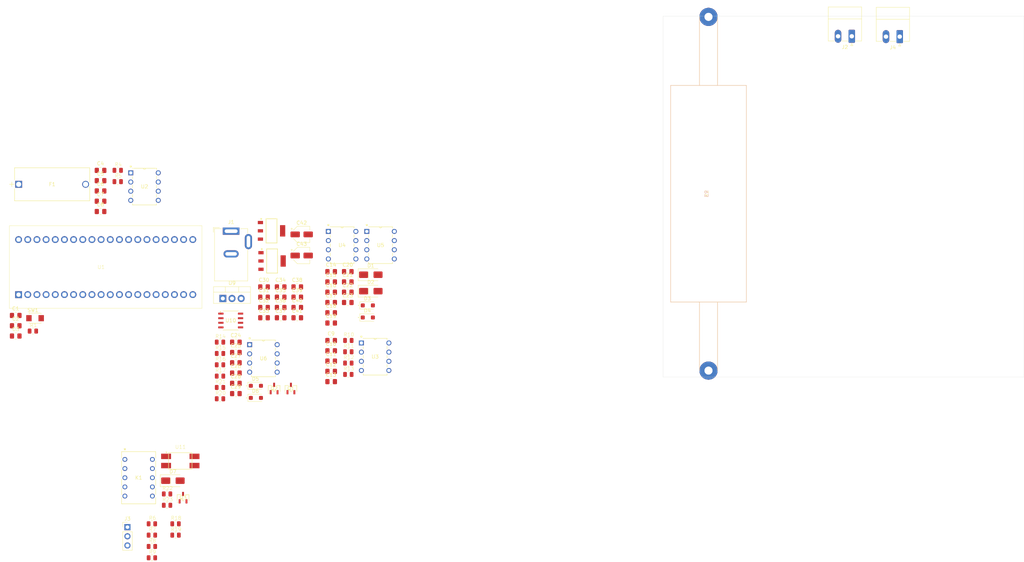
<source format=kicad_pcb>
(kicad_pcb (version 20240108) (generator "pcbnew") (generator_version "8.0")
  (layers (0 "F.Cu" signal) (31 "B.Cu" signal) (34 "B.Paste" user) (35 "F.Paste" user) (36 "B.SilkS" user "B.Silkscreen") (37 "F.SilkS" user "F.Silkscreen") (38 "B.Mask" user) (39 "F.Mask" user) (44 "Edge.Cuts" user))
  (net 0 "")
  (net 1 "+5V")
  (net 2 "Relay_1_P")
  (net 3 "RESET")
  (net 4 "+9V")
  (net 5 "-9V")
  (net 6 "Current_Sensor")
  (net 7 "Voltage_Sensor")
  (net 8 "Peak_Voltage")
  (net 9 "Peak_Current")
  (net 10 "Net-(Q1-B)")
  (net 11 "Net-(Q2-B)")
  (net 12 "+12V")
  (net 13 "+3.3V")
  (net 14 "Net-(U10-CAP+)")
  (net 15 "Net-(U10-CAP-)")
  (net 16 "Net-(D1-K)")
  (net 17 "Net-(D1-A)")
  (net 18 "Net-(D2-A)")
  (net 19 "Net-(D2-K)")
  (net 20 "Zero_Voltage")
  (net 21 "Zero_Current")
  (net 22 "P_Rshunt")
  (net 23 "Net-(F1-Pad2)")
  (net 25 "Net-(C26-Pad2)")
  (net 26 "N_Rshunt")
  (net 27 "Net-(U2--)")
  (net 28 "Net-(U2-+)")
  (net 29 "Net-(U3--)")
  (net 30 "Net-(U3-+)")
  (net 31 "Net-(U6B-IN2-)")
  (net 32 "Net-(U6B-IN2+)")
  (net 33 "Net-(U6A-IN1-)")
  (net 34 "Net-(U6A-IN1+)")
  (net 35 "+3V3")
  (net 38 "Net-(C27-Pad2)")
  (net 44 "UART1_RX")
  (net 62 "UART1_TX")
  (net 75 "Net-(D7-A)")
  (net 76 "P_Voltage")
  (net 79 "Relay_2_N")
  (net 80 "Relay_1_N")
  (net 83 "Net-(Q3-B)")
  (net 84 "Net-(U11-A)")
  (net 85 "Net-(U11-E)")
  (net 86 "Relay_Control")
  (footprint "Measure_Power_AC:Ceramic_Cap_0805" (layer "F.Cu") (at -42.1822 115.4526)
    (property "Reference" "C31" (at 0 -1.9558 0) (layer "F.SilkS"))
    (property "Value" "10uF/16V")
    (pad "1" smd roundrect (at -1.0215 -0.0508) (size 1.175 1.45) (layers "F.Cu" "F.Paste" "F.Mask") (roundrect_rratio 0.212766) (net 2 "Relay_1_P"))
    (pad "2" smd roundrect (at 1.0535 -0.0508) (size 1.175 1.45) (layers "F.Cu" "F.Paste" "F.Mask") (roundrect_rratio 0.212766) (net 12 "+12V"))
  )
  (footprint "Measure_Power_AC:Res_0805" (layer "F.Cu") (at -68.377964 182.3086)
    (property "Reference" "R19" (at 1.8542 -2.5908 0) (layer "F.SilkS") (effects (font (thickness 0.1))))
    (property "Value" "1K/1%/1_8W" (hide yes))
    (pad "1" smd roundrect (at 0.787764 -0.989) (size 1.025 1.4) (layers "F.Cu" "F.Paste" "F.Mask") (roundrect_rratio 0.243902) (net 38 "Net-(C27-Pad2)"))
    (pad "2" smd roundrect (at 2.612764 -0.989) (size 1.025 1.4) (layers "F.Cu" "F.Paste" "F.Mask") (roundrect_rratio 0.243902) (net 11 "Net-(Q2-B)"))
  )
  (footprint "Measure_Power_AC:Res_0805" (layer "F.Cu") (at -56.0598 131.9786)
    (property "Reference" "R15" (at 1.8542 -2.5908 0) (layer "F.SilkS") (effects (font (thickness 0.1))))
    (property "Value" "100K/1%/1_8W" (hide yes))
    (pad "1" smd roundrect (at 0.787764 -0.989) (size 1.025 1.4) (layers "F.Cu" "F.Paste" "F.Mask") (roundrect_rratio 0.243902) (net 2 "Relay_1_P"))
    (pad "2" smd roundrect (at 2.612764 -0.989) (size 1.025 1.4) (layers "F.Cu" "F.Paste" "F.Mask") (roundrect_rratio 0.243902) (net 32 "Net-(U6B-IN2+)"))
  )
  (footprint "Measure_Power_AC:Res_0805" (layer "F.Cu") (at -107.8998 125.7798)
    (property "Reference" "R1" (at 1.8542 -2.5908 0) (layer "F.SilkS") (effects (font (thickness 0.1))))
    (property "Value" "10K/1%/1_8W" (hide yes))
    (pad "1" smd roundrect (at 0.787764 -0.989) (size 1.025 1.4) (layers "F.Cu" "F.Paste" "F.Mask") (roundrect_rratio 0.243902) (net 3 "RESET"))
    (pad "2" smd roundrect (at 2.612764 -0.989) (size 1.025 1.4) (layers "F.Cu" "F.Paste" "F.Mask") (roundrect_rratio 0.243902) (net 13 "+3.3V"))
  )
  (footprint "Measure_Power_AC:Res_0805" (layer "F.Cu") (at -20.5098 131.5086)
    (property "Reference" "R11" (at 1.8542 -2.5908 0) (layer "F.SilkS") (effects (font (thickness 0.1))))
    (property "Value" "1M/1%/1_8W" (hide yes))
    (pad "1" smd roundrect (at 0.787764 -0.989) (size 1.025 1.4) (layers "F.Cu" "F.Paste" "F.Mask") (roundrect_rratio 0.243902) (net 26 "N_Rshunt"))
    (pad "2" smd roundrect (at 2.612764 -0.989) (size 1.025 1.4) (layers "F.Cu" "F.Paste" "F.Mask") (roundrect_rratio 0.243902) (net 30 "Net-(U3-+)"))
  )
  (footprint "Measure_Power_AC:Res_0805" (layer "F.Cu") (at -20.5098 128.3698)
    (property "Reference" "R10" (at 1.8542 -2.5908 0) (layer "F.SilkS") (effects (font (thickness 0.1))))
    (property "Value" "1M/1%/1_8W" (hide yes))
    (pad "1" smd roundrect (at 0.787764 -0.989) (size 1.025 1.4) (layers "F.Cu" "F.Paste" "F.Mask") (roundrect_rratio 0.243902) (net 76 "P_Voltage"))
    (pad "2" smd roundrect (at 2.612764 -0.989) (size 1.025 1.4) (layers "F.Cu" "F.Paste" "F.Mask") (roundrect_rratio 0.243902) (net 29 "Net-(U3--)"))
  )
  (footprint "Measure_Power_AC:Ceramic_Cap_0805" (layer "F.Cu") (at -18.9762 116.917)
    (property "Reference" "C23" (at 0 -1.9558 0) (layer "F.SilkS"))
    (property "Value" "1nF/50V")
    (pad "1" smd roundrect (at -1.0215 -0.0508) (size 1.175 1.45) (layers "F.Cu" "F.Paste" "F.Mask") (roundrect_rratio 0.212766) (net 2 "Relay_1_P"))
    (pad "2" smd roundrect (at 1.0535 -0.0508) (size 1.175 1.45) (layers "F.Cu" "F.Paste" "F.Mask") (roundrect_rratio 0.212766) (net 9 "Peak_Current"))
  )
  (footprint "charge_battery_footprint_lib:Diode_Zener_BZT52H" (layer "F.Cu") (at -44.4166 143.296)
    (property "Reference" "D6" (at -0.127 -1.905 0) (layer "F.SilkS"))
    (property "Value" "BZT52H-C3V3")
    (pad "1" smd roundrect (at -1.4 0) (size 1.1 1.1) (layers "F.Cu" "F.Paste" "F.Mask") (roundrect_rratio 0.2272727273) (net 21 "Zero_Current"))
    (pad "2" smd roundrect (at 1.4 0) (size 1.1 1.1) (layers "F.Cu" "F.Paste" "F.Mask") (roundrect_rratio 0.2272727273) (net 2 "Relay_1_P"))
  )
  (footprint "Measure_Power_AC:Ceramic_Cap_0805" (layer "F.Cu") (at -23.5822 119.7642)
    (property "Reference" "C18" (at 0 -1.9558 0) (layer "F.SilkS"))
    (property "Value" "10uF/16V")
    (pad "1" smd roundrect (at -1.0215 -0.0508) (size 1.175 1.45) (layers "F.Cu" "F.Paste" "F.Mask") (roundrect_rratio 0.212766) (net 5 "-9V"))
    (pad "2" smd roundrect (at 1.0535 -0.0508) (size 1.175 1.45) (layers "F.Cu" "F.Paste" "F.Mask") (roundrect_rratio 0.212766) (net 2 "Relay_1_P"))
  )
  (footprint "Measure_Power_AC:D_SMA" (layer "F.Cu") (at -12.5798 109.176)
    (property "Reference" "D1" (at 0 -2.5 0) (layer "F.SilkS"))
    (property "Value" "SS54")
    (pad "1" smd roundrect (at 2 0) (size 2.5 1.8) (layers "F.Cu" "F.Paste" "F.Mask") (roundrect_rratio 0.1388888889) (net 17 "Net-(D1-A)"))
    (pad "2" smd roundrect (at -2 0) (size 2.5 1.8) (layers "F.Cu" "F.Paste" "F.Mask") (roundrect_rratio 0.1388888889) (net 16 "Net-(D1-K)"))
  )
  (footprint "Measure_Power_AC:Ceramic_Cap_0805" (layer "F.Cu") (at -87.4722 83.1726)
    (property "Reference" "C5" (at 0 -1.9558 0) (layer "F.SilkS"))
    (property "Value" "100nF/50V")
    (pad "1" smd roundrect (at -1.0215 -0.0508) (size 1.175 1.45) (layers "F.Cu" "F.Paste" "F.Mask") (roundrect_rratio 0.212766) (net 2 "Relay_1_P"))
    (pad "2" smd roundrect (at 1.0535 -0.0508) (size 1.175 1.45) (layers "F.Cu" "F.Paste" "F.Mask") (roundrect_rratio 0.212766) (net 4 "+9V"))
  )
  (footprint "Measure_Power_AC:Ceramic_Cap_0805" (layer "F.Cu") (at -49.9822 142.1614)
    (property "Reference" "C29" (at 0 -1.9558 0) (layer "F.SilkS"))
    (property "Value" "100nF/50V")
    (pad "1" smd roundrect (at -1.0215 -0.0508) (size 1.175 1.45) (layers "F.Cu" "F.Paste" "F.Mask") (roundrect_rratio 0.212766) (net 5 "-9V"))
    (pad "2" smd roundrect (at 1.0535 -0.0508) (size 1.175 1.45) (layers "F.Cu" "F.Paste" "F.Mask") (roundrect_rratio 0.212766) (net 2 "Relay_1_P"))
  )
  (footprint "Measure_Power_AC:D_SMA" (layer "F.Cu") (at -67.407964 166.236)
    (property "Reference" "D7" (at 0 -2.5 0) (layer "F.SilkS"))
    (property "Value" "SS54")
    (pad "1" smd roundrect (at 2 0) (size 2.5 1.8) (layers "F.Cu" "F.Paste" "F.Mask") (roundrect_rratio 0.1388888889) (net 75 "Net-(D7-A)"))
    (pad "2" smd roundrect (at -2 0) (size 2.5 1.8) (layers "F.Cu" "F.Paste" "F.Mask") (roundrect_rratio 0.1388888889) (net 1 "+5V"))
  )
  (footprint "Measure_Power_AC:Ceramic_Cap_0805" (layer "F.Cu") (at -32.9702 112.6054)
    (property "Reference" "C38" (at 0 -1.9558 0) (layer "F.SilkS"))
    (property "Value" "100nF/50V")
    (pad "1" smd roundrect (at -1.0215 -0.0508) (size 1.175 1.45) (layers "F.Cu" "F.Paste" "F.Mask") (roundrect_rratio 0.212766) (net 2 "Relay_1_P"))
    (pad "2" smd roundrect (at 1.0535 -0.0508) (size 1.175 1.45) (layers "F.Cu" "F.Paste" "F.Mask") (roundrect_rratio 0.212766) (net 4 "+9V"))
  )
  (footprint "Measure_Power_AC:Ceramic_Cap_0805" (layer "F.Cu") (at -49.9822 136.467)
    (property "Reference" "C26" (at 0 -1.9558 0) (layer "F.SilkS"))
    (property "Value" "1nF/50V")
    (pad "1" smd roundrect (at -1.0215 -0.0508) (size 1.175 1.45) (layers "F.Cu" "F.Paste" "F.Mask") (roundrect_rratio 0.212766) (net 2 "Relay_1_P"))
    (pad "2" smd roundrect (at 1.0535 -0.0508) (size 1.175 1.45) (layers "F.Cu" "F.Paste" "F.Mask") (roundrect_rratio 0.212766) (net 25 "Net-(C26-Pad2)"))
  )
  (footprint "Measure_Power_AC:Res_0805" (layer "F.Cu") (at -20.5098 134.6474)
    (property "Reference" "R12" (at 1.8542 -2.5908 0) (layer "F.SilkS") (effects (font (thickness 0.1))))
    (property "Value" "8.2K/5%/1_8W" (hide yes))
    (pad "1" smd roundrect (at 0.787764 -0.989) (size 1.025 1.4) (layers "F.Cu" "F.Paste" "F.Mask") (roundrect_rratio 0.243902) (net 29 "Net-(U3--)"))
    (pad "2" smd roundrect (at 2.612764 -0.989) (size 1.025 1.4) (layers "F.Cu" "F.Paste" "F.Mask") (roundrect_rratio 0.243902) (net 2 "Relay_1_P"))
  )
  (footprint "Capacitor_SMD:CP_Elec_4x5.4" (layer "F.Cu") (at -31.7348 98.006)
    (property "Reference" "C42" (at 0 -3.2 0) (layer "F.SilkS"))
    (property "Value" "10uF/16V")
    (pad "1" smd roundrect (at -1.8 0) (size 2.6 1.6) (layers "F.Cu" "F.Paste" "F.Mask") (roundrect_rratio 0.15625) (net 14 "Net-(U10-CAP+)"))
    (pad "2" smd roundrect (at 1.8 0) (size 2.6 1.6) (layers "F.Cu" "F.Paste" "F.Mask") (roundrect_rratio 0.15625) (net 15 "Net-(U10-CAP-)"))
  )
  (footprint "Measure_Power_AC:Ceramic_Cap_0805" (layer "F.Cu") (at -49.9822 139.3142)
    (property "Reference" "C28" (at 0 -1.9558 0) (layer "F.SilkS"))
    (property "Value" "10uF/16V")
    (pad "1" smd roundrect (at -1.0215 -0.0508) (size 1.175 1.45) (layers "F.Cu" "F.Paste" "F.Mask") (roundrect_rratio 0.212766) (net 5 "-9V"))
    (pad "2" smd roundrect (at 1.0535 -0.0508) (size 1.175 1.45) (layers "F.Cu" "F.Paste" "F.Mask") (roundrect_rratio 0.212766) (net 2 "Relay_1_P"))
  )
  (footprint "Measure_Power_AC:Res_0805" (layer "F.Cu") (at -84.3998 84.3786)
    (property "Reference" "R5" (at 1.8542 -2.5908 0) (layer "F.SilkS") (effects (font (thickness 0.1))))
    (property "Value" "100K/1%/1_8W" (hide yes))
    (pad "1" smd roundrect (at 0.787764 -0.989) (size 1.025 1.4) (layers "F.Cu" "F.Paste" "F.Mask") (roundrect_rratio 0.243902) (net 26 "N_Rshunt"))
    (pad "2" smd roundrect (at 2.612764 -0.989) (size 1.025 1.4) (layers "F.Cu" "F.Paste" "F.Mask") (roundrect_rratio 0.243902) (net 28 "Net-(U2-+)"))
  )
  (footprint "charge_battery_footprint_lib:Diode_Zener_BZT52H" (layer "F.Cu") (at -13.4066 121.026)
    (property "Reference" "D4" (at -0.127 -1.905 0) (layer "F.SilkS"))
    (property "Value" "BZT52H-C3V3")
    (pad "1" smd roundrect (at -1.4 0) (size 1.1 1.1) (layers "F.Cu" "F.Paste" "F.Mask") (roundrect_rratio 0.2272727273) (net 8 "Peak_Voltage"))
    (pad "2" smd roundrect (at 1.4 0) (size 1.1 1.1) (layers "F.Cu" "F.Paste" "F.Mask") (roundrect_rratio 0.2272727273) (net 2 "Relay_1_P"))
  )
  (footprint "Measure_Power_AC:Ceramic_Cap_0805" (layer "F.Cu") (at -42.1822 112.6054)
    (property "Reference" "C30" (at 0 -1.9558 0) (layer "F.SilkS"))
    (property "Value" "10uF/16V")
    (pad "1" smd roundrect (at -1.0215 -0.0508) (size 1.175 1.45) (layers "F.Cu" "F.Paste" "F.Mask") (roundrect_rratio 0.212766) (net 2 "Relay_1_P"))
    (pad "2" smd roundrect (at 1.0535 -0.0508) (size 1.175 1.45) (layers "F.Cu" "F.Paste" "F.Mask") (roundrect_rratio 0.212766) (net 12 "+12V"))
  )
  (footprint "Measure_Power_AC:STM32F103C8T6_Bluepill" (layer "F.Cu") (at -87.2998 107.061)
    (property "Reference" "U1" (at 0 0 0) (layer "F.SilkS") (effects (font (thickness 0.1))))
    (property "Value" "STM32F103C8T6_Bluepill")
    (pad "1" thru_hole rect (at -22.86 7.6454) (size 1.9 1.9) (drill 1.2) (layers "*.Cu" "*.Mask"))
    (pad "2" thru_hole circle (at -20.32 7.62) (size 1.9 1.9) (drill 1.2) (layers "*.Cu" "*.Mask"))
    (pad "3" thru_hole circle (at -17.78 7.62) (size 1.9 1.9) (drill 1.2) (layers "*.Cu" "*.Mask"))
    (pad "4" thru_hole circle (at -15.24 7.62) (size 1.9 1.9) (drill 1.2) (layers "*.Cu" "*.Mask"))
    (pad "5" thru_hole circle (at -12.7 7.62) (size 1.9 1.9) (drill 1.2) (layers "*.Cu" "*.Mask"))
    (pad "6" thru_hole circle (at -10.16 7.62) (size 1.9 1.9) (drill 1.2) (layers "*.Cu" "*.Mask") (net 8 "Peak_Voltage"))
    (pad "7" thru_hole circle (at -7.62 7.62) (size 1.9 1.9) (drill 1.2) (layers "*.Cu" "*.Mask") (net 9 "Peak_Current"))
    (pad "8" thru_hole circle (at -5.08 7.62) (size 1.9 1.9) (drill 1.2) (layers "*.Cu" "*.Mask"))
    (pad "9" thru_hole circle (at -2.54 7.62) (size 1.9 1.9) (drill 1.2) (layers "*.Cu" "*.Mask"))
    (pad "10" thru_hole circle (at 0 7.62) (size 1.9 1.9) (drill 1.2) (layers "*.Cu" "*.Mask") (net 20 "Zero_Voltage"))
    (pad "11" thru_hole circle (at 2.54 7.6454) (size 1.9 1.9) (drill 1.2) (layers "*.Cu" "*.Mask") (net 21 "Zero_Current"))
    (pad "12" thru_hole circle (at 5.08 7.62) (size 1.9 1.9) (drill 1.2) (layers "*.Cu" "*.Mask") (net 86 "Relay_Control"))
    (pad "13" thru_hole circle (at 7.62 7.62) (size 1.9 1.9) (drill 1.2) (layers "*.Cu" "*.Mask"))
    (pad "14" thru_hole circle (at 10.16 7.62) (size 1.9 1.9) (drill 1.2) (layers "*.Cu" "*.Mask"))
    (pad "15" thru_hole circle (at 12.7 7.62) (size 1.9 1.9) (drill 1.2) (layers "*.Cu" "*.Mask"))
    (pad "16" thru_hole circle (at 15.24 7.62) (size 1.9 1.9) (drill 1.2) (layers "*.Cu" "*.Mask"))
    (pad "17" thru_hole circle (at 17.78 7.62) (size 1.9 1.9) (drill 1.2) (layers "*.Cu" "*.Mask") (net 3 "RESET"))
    (pad "18" thru_hole circle (at 20.32 7.62) (size 1.9 1.9) (drill 1.2) (layers "*.Cu" "*.Mask"))
    (pad "19" thru_hole circle (at 22.86 7.62) (size 1.9 1.9) (drill 1.2) (layers "*.Cu" "*.Mask") (net 2 "Relay_1_P"))
    (pad "20" thru_hole circle (at 25.4 7.62) (size 1.9 1.9) (drill 1.2) (layers "*.Cu" "*.Mask") (net 2 "Relay_1_P"))
    (pad "21" thru_hole circle (at 25.4 -7.62) (size 1.9 1.9) (drill 1.2) (layers "*.Cu" "*.Mask"))
    (pad "22" thru_hole circle (at 22.86 -7.62) (size 1.9 1.9) (drill 1.2) (layers "*.Cu" "*.Mask"))
    (pad "23" thru_hole circle (at 20.32 -7.62) (size 1.9 1.9) (drill 1.2) (layers "*.Cu" "*.Mask"))
    (pad "24" thru_hole circle (at 17.78 -7.62) (size 1.9 1.9) (drill 1.2) (layers "*.Cu" "*.Mask"))
    (pad "25" thru_hole circle (at 15.24 -7.62) (size 1.9 1.9) (drill 1.2) (layers "*.Cu" "*.Mask"))
    (pad "26" thru_hole circle (at 12.7 -7.62) (size 1.9 1.9) (drill 1.2) (layers "*.Cu" "*.Mask") (net 62 "UART1_TX"))
    (pad "27" thru_hole circle (at 10.16 -7.62) (size 1.9 1.9) (drill 1.2) (layers "*.Cu" "*.Mask") (net 44 "UART1_RX"))
    (pad "28" thru_hole circle (at 7.62 -7.62) (size 1.9 1.9) (drill 1.2) (layers "*.Cu" "*.Mask"))
    (pad "29" thru_hole circle (at 5.08 -7.62) (size 1.9 1.9) (drill 1.2) (layers "*.Cu" "*.Mask"))
    (pad "30" thru_hole circle (at 2.54 -7.62) (size 1.9 1.9) (drill 1.2) (layers "*.Cu" "*.Mask"))
    (pad "31" thru_hole circle (at 0 -7.62) (size 1.9 1.9) (drill 1.2) (layers "*.Cu" "*.Mask"))
    (pad "32" thru_hole circle (at -2.54 -7.62) (size 1.9 1.9) (drill 1.2) (layers "*.Cu" "*.Mask"))
    (pad "33" thru_hole circle (at -5.08 -7.62) (size 1.9 1.9) (drill 1.2) (layers "*.Cu" "*.Mask"))
    (pad "34" thru_hole circle (at -7.62 -7.62) (size 1.9 1.9) (drill 1.2) (layers "*.Cu" "*.Mask"))
    (pad "35" thru_hole circle (at -10.16 -7.62) (size 1.9 1.9) (drill 1.2) (layers "*.Cu" "*.Mask"))
    (pad "36" thru_hole circle (at -12.7 -7.62) (size 1.9 1.9) (drill 1.2) (layers "*.Cu" "*.Mask"))
    (pad "37" thru_hole circle (at -15.24 -7.62) (size 1.9 1.9) (drill 1.2) (layers "*.Cu" "*.Mask"))
    (pad "38" thru_hole circle (at -17.78 -7.62) (size 1.9 1.9) (drill 1.2) (layers "*.Cu" "*.Mask") (net 1 "+5V"))
    (pad "39" thru_hole circle (at -20.32 -7.62) (size 1.9 1.9) (drill 1.2) (layers "*.Cu" "*.Mask") (net 2 "Relay_1_P"))
    (pad "40" thru_hole circle (at -22.86 -7.62) (size 1.9 1.9) (drill 1.2) (layers "*.Cu" "*.Mask"))
  )
  (footprint "Measure_Power_AC:Res_0805" (layer "F.Cu") (at -70.727964 174.0386)
    (property "Reference" "R23" (at 1.8542 -2.5908 0) (layer "F.SilkS") (effects (font (thickness 0.1))))
    (property "Value" "1K/1%/1_8W" (hide yes))
    (pad "1" smd roundrect (at 0.787764 -0.989) (size 1.025 1.4) (layers "F.Cu" "F.Paste" "F.Mask") (roundrect_rratio 0.243902) (net 85 "Net-(U11-E)"))
    (pad "2" smd roundrect (at 2.612764 -0.989) (size 1.025 1.4) (layers "F.Cu" "F.Paste" "F.Mask") (roundrect_rratio 0.243902) (net 83 "Net-(Q3-B)"))
  )
  (footprint "Measure_Power_AC:Ceramic_Cap_0805" (layer "F.Cu") (at -18.9762 108.3754)
    (property "Reference" "C20" (at 0 -1.9558 0) (layer "F.SilkS"))
    (property "Value" "100nF/50V")
    (pad "1" smd roundrect (at -1.0215 -0.0508) (size 1.175 1.45) (layers "F.Cu" "F.Paste" "F.Mask") (roundrect_rratio 0.212766) (net 5 "-9V"))
    (pad "2" smd roundrect (at 1.0535 -0.0508) (size 1.175 1.45) (layers "F.Cu" "F.Paste" "F.Mask") (roundrect_rratio 0.212766) (net 2 "Relay_1_P"))
  )
  (footprint "Measure_Power_AC:DIP8" (layer "F.Cu") (at -16.7238 104.8012)
    (property "Reference" "U4" (at -3.81 -3.81 0) (layer "F.SilkS"))
    (property "Value" "LM358N/P")
    (fp_text user "*" (at -7.62 -9.0678 0) (layer "F.SilkS"))
    (fp_text user "*" (at -7.62 -9.0678 0) (layer "F.SilkS"))
    (pad "1" thru_hole rect (at -7.62 -7.62) (size 1.3716 1.3716) (drill 0.8636) (layers "*.Cu" "*.Mask") (net 17 "Net-(D1-A)"))
    (pad "2" thru_hole circle (at -7.62 -5.08) (size 1.3716 1.3716) (drill 0.8636) (layers "*.Cu" "*.Mask") (net 16 "Net-(D1-K)"))
    (pad "3" thru_hole circle (at -7.62 -2.54) (size 1.3716 1.3716) (drill 0.8636) (layers "*.Cu" "*.Mask") (net 7 "Voltage_Sensor"))
    (pad "4" thru_hole circle (at -7.62 0) (size 1.3716 1.3716) (drill 0.8636) (layers "*.Cu" "*.Mask") (net 5 "-9V"))
    (pad "5" thru_hole circle (at 0 0) (size 1.3716 1.3716) (drill 0.8636) (layers "*.Cu" "*.Mask") (net 16 "Net-(D1-K)"))
    (pad "6" thru_hole circle (at 0 -2.54) (size 1.3716 1.3716) (drill 0.8636) (layers "*.Cu" "*.Mask") (net 8 "Peak_Voltage"))
    (pad "7" thru_hole circle (at 0 -5.08) (size 1.3716 1.3716) (drill 0.8636) (layers "*.Cu" "*.Mask") (net 8 "Peak_Voltage"))
    (pad "8" thru_hole circle (at 0 -7.62) (size 1.3716 1.3716) (drill 0.8636) (layers "*.Cu" "*.Mask") (net 4 "+9V"))
  )
  (footprint "Measure_Power_AC:Aluminium_Resistor" (layer "F.Cu") (at 80.9752 86.741 90)
    (property "Reference" "R2" (at 0 -0.5 90) (layer "F.SilkS") (effects (font (thickness 0.1))))
    (property "Value" "100mR/5%/100W")
    (pad "1" thru_hole circle (at -49 0 90) (size 5 5) (drill 2.2) (layers "*.Cu" "*.Mask") (net 26 "N_Rshunt"))
    (pad "2" thru_hole circle (at 49 0 90) (size 5 5) (drill 2.2) (layers "*.Cu" "*.Mask") (net 23 "Net-(F1-Pad2)"))
  )
  (footprint "Measure_Power_AC:Ceramic_Cap_0805" (layer "F.Cu") (at -23.5822 127.4554)
    (property "Reference" "C9" (at 0 -1.9558 0) (layer "F.SilkS"))
    (property "Value" "10uF/16V")
    (pad "1" smd roundrect (at -1.0215 -0.0508) (size 1.175 1.45) (layers "F.Cu" "F.Paste" "F.Mask") (roundrect_rratio 0.212766) (net 2 "Relay_1_P"))
    (pad "2" smd roundrect (at 1.0535 -0.0508) (size 1.175 1.45) (layers "F.Cu" "F.Paste" "F.Mask") (roundrect_rratio 0.212766) (net 4 "+9V"))
  )
  (footprint "Measure_Power_AC:Ceramic_Cap_0805" (layer "F.Cu") (at -23.5822 133.1498)
    (property "Reference" "C11" (at 0 -1.9558 0) (layer "F.SilkS"))
    (property "Value" "10uF/16V")
    (pad "1" smd roundrect (at -1.0215 -0.0508) (size 1.175 1.45) (layers "F.Cu" "F.Paste" "F.Mask") (roundrect_rratio 0.212766) (net 5 "-9V"))
    (pad "2" smd roundrect (at 1.0535 -0.0508) (size 1.175 1.45) (layers "F.Cu" "F.Paste" "F.Mask") (roundrect_rratio 0.212766) (net 2 "Relay_1_P"))
  )
  (footprint "Measure_Power_AC:Ceramic_Cap_0805" (layer "F.Cu") (at -23.5822 114.0698)
    (property "Reference" "C16" (at 0 -1.9558 0) (layer "F.SilkS"))
    (property "Value" "100nF/50V")
    (pad "1" smd roundrect (at -1.0215 -0.0508) (size 1.175 1.45) (layers "F.Cu" "F.Paste" "F.Mask") (roundrect_rratio 0.212766) (net 2 "Relay_1_P"))
    (pad "2" smd roundrect (at 1.0535 -0.0508) (size 1.175 1.45) (layers "F.Cu" "F.Paste" "F.Mask") (roundrect_rratio 0.212766) (net 4 "+9V"))
  )
  (footprint "Measure_Power_AC:Ceramic_Cap_0805" (layer "F.Cu") (at -87.4722 80.3254)
    (property "Reference" "C4" (at 0 -1.9558 0) (layer "F.SilkS"))
    (property "Value" "10uF/16V")
    (pad "1" smd roundrect (at -1.0215 -0.0508) (size 1.175 1.45) (layers "F.Cu" "F.Paste" "F.Mask") (roundrect_rratio 0.212766) (net 2 "Relay_1_P"))
    (pad "2" smd roundrect (at 1.0535 -0.0508) (size 1.175 1.45) (layers "F.Cu" "F.Paste" "F.Mask") (roundrect_rratio 0.212766) (net 4 "+9V"))
  )
  (footprint "Measure_Power_AC:Res_0805" (layer "F.Cu") (at -74.927964 179.1698)
    (property "Reference" "R6" (at 1.8542 -2.5908 0) (layer "F.SilkS") (effects (font (thickness 0.1))))
    (property "Value" "680K/1%/1_8W" (hide yes))
    (pad "1" smd roundrect (at 0.787764 -0.989) (size 1.025 1.4) (layers "F.Cu" "F.Paste" "F.Mask") (roundrect_rratio 0.243902) (net 27 "Net-(U2--)"))
    (pad "2" smd roundrect (at 2.612764 -0.989) (size 1.025 1.4) (layers "F.Cu" "F.Paste" "F.Mask") (roundrect_rratio 0.243902) (net 2 "Relay_1_P"))
  )
  (footprint "Measure_Power_AC:Ceramic_Cap_0805" (layer "F.Cu") (at -23.5822 122.6114)
    (property "Reference" "C19" (at 0 -1.9558 0) (layer "F.SilkS"))
    (property "Value" "10uF/16V")
    (pad "1" smd roundrect (at -1.0215 -0.0508) (size 1.175 1.45) (layers "F.Cu" "F.Paste" "F.Mask") (roundrect_rratio 0.212766) (net 5 "-9V"))
    (pad "2" smd roundrect (at 1.0535 -0.0508) (size 1.175 1.45) (layers "F.Cu" "F.Paste" "F.Mask") (roundrect_rratio 0.212766) (net 2 "Relay_1_P"))
  )
  (footprint "Measure_Power_AC:Res_0805" (layer "F.Cu") (at -56.0598 141.395)
    (property "Reference" "R21" (at 1.8542 -2.5908 0) (layer "F.SilkS") (effects (font (thickness 0.1))))
    (property "Value" "1K/1%/1_8W" (hide yes))
    (pad "1" smd roundrect (at 0.787764 -0.989) (size 1.025 1.4) (layers "F.Cu" "F.Paste" "F.Mask") (roundrect_rratio 0.243902) (net 21 "Zero_Current"))
    (pad "2" smd roundrect (at 2.612764 -0.989) (size 1.025 1.4) (layers "F.Cu" "F.Paste" "F.Mask") (roundrect_rratio 0.243902) (net 35 "+3V3"))
  )
  (footprint "Measure_Power_AC:Ceramic_Cap_0805" (layer "F.Cu") (at -18.9762 111.2226)
    (property "Reference" "C21" (at 0 -1.9558 0) (layer "F.SilkS"))
    (property "Value" "100nF/50V")
    (pad "1" smd roundrect (at -1.0215 -0.0508) (size 1.175 1.45) (layers "F.Cu" "F.Paste" "F.Mask") (roundrect_rratio 0.212766) (net 5 "-9V"))
    (pad "2" smd roundrect (at 1.0535 -0.0508) (size 1.175 1.45) (layers "F.Cu" "F.Paste" "F.Mask") (roundrect_rratio 0.212766) (net 2 "Relay_1_P"))
  )
  (footprint "Connector_BarrelJack:BarrelJack_GCT_DCJ200-10-A_Horizontal" (layer "F.Cu") (at -51.2848 97.106)
    (property "Reference" "J1" (at 0 -2.5 0) (layer "F.SilkS"))
    (property "Value" "Barrel_Jack_Switch")
    (pad "1" thru_hole rect (at 0 0) (size 4.6 2) (drill oval 3.6 1) (layers "*.Cu" "*.Mask") (net 12 "+12V"))
    (pad "2" thru_hole oval (at 0 6.3) (size 4.2 2) (drill oval 3.2 1) (layers "*.Cu" "*.Mask") (net 2 "Relay_1_P"))
    (pad "3" thru_hole oval (at 4.8 2.9) (size 2 4.2) (drill oval 1 3.2) (layers "*.Cu" "*.Mask"))
  )
  (footprint "charge_battery_footprint_lib:Diode_Zener_BZT52H" (layer "F.Cu") (at -44.4166 139.946)
    (property "Reference" "D5" (at -0.127 -1.905 0) (layer "F.SilkS"))
    (property "Value" "BZT52H-C3V3")
    (pad "1" smd roundrect (at -1.4 0) (size 1.1 1.1) (layers "F.Cu" "F.Paste" "F.Mask") (roundrect_rratio 0.2272727273) (net 20 "Zero_Voltage"))
    (pad "2" smd roundrect (at 1.4 0) (size 1.1 1.1) (layers "F.Cu" "F.Paste" "F.Mask") (roundrect_rratio 0.2272727273) (net 2 "Relay_1_P"))
  )
  (footprint "Measure_Power_AC:Res_0805" (layer "F.Cu") (at -74.927964 188.5862)
    (property "Reference" "R9" (at 1.8542 -2.5908 0) (layer "F.SilkS") (effects (font (thickness 0.1))))
    (property "Value" "330K/1%/1_8W" (hide yes))
    (pad "1" smd roundrect (at 0.787764 -0.989) (size 1.025 1.4) (layers "F.Cu" "F.Paste" "F.Mask") (roundrect_rratio 0.243902) (net 27 "Net-(U2--)"))
    (pad "2" smd roundrect (at 2.612764 -0.989) (size 1.025 1.4) (layers "F.Cu" "F.Paste" "F.Mask") (roundrect_rratio 0.243902) (net 80 "Relay_1_N"))
  )
  (footprint "Measure_Power_AC:Ceramic_Cap_0805" (layer "F.Cu") (at -23.5822 135.997)
    (property "Reference" "C12" (at 0 -1.9558 0) (layer "F.SilkS"))
    (property "Value" "1nF/50V")
    (pad "1" smd roundrect (at -1.0215 -0.0508) (size 1.175 1.45) (layers "F.Cu" "F.Paste" "F.Mask") (roundrect_rratio 0.212766) (net 2 "Relay_1_P"))
    (pad "2" smd roundrect (at 1.0535 -0.0508) (size 1.175 1.45) (layers "F.Cu" "F.Paste" "F.Mask") (roundrect_rratio 0.212766) (net 7 "Voltage_Sensor"))
  )
  (footprint "Measure_Power_AC:FUSE_254_PC_LTF" (layer "F.Cu") (at -110.1336 84.1262)
    (property "Reference" "F1" (at 9.271 0 0) (layer "F.SilkS"))
    (property "Value" "250VAC/30A")
    (pad "1" thru_hole rect (at 0 0) (size 1.905 1.905) (drill 1.397) (layers "*.Cu" "*.Mask") (net 22 "P_Rshunt"))
    (pad "2" thru_hole circle (at 18.542 0) (size 1.905 1.905) (drill 1.397) (layers "*.Cu" "*.Mask") (net 23 "Net-(F1-Pad2)"))
  )
  (footprint "Measure_Power_AC:Res_0805" (layer "F.Cu") (at -68.377964 179.1698)
    (property "Reference" "R18" (at 1.8542 -2.5908 0) (layer "F.SilkS") (effects (font (thickness 0.1))))
    (property "Value" "1K/1%/1_8W" (hide yes))
    (pad "1" smd roundrect (at 0.787764 -0.989) (size 1.025 1.4) (layers "F.Cu" "F.Paste" "F.Mask") (roundrect_rratio 0.243902) (net 25 "Net-(C26-Pad2)"))
    (pad "2" smd roundrect (at 2.612764 -0.989) (size 1.025 1.4) (layers "F.Cu" "F.Paste" "F.Mask") (roundrect_rratio 0.243902) (net 10 "Net-(Q1-B)"))
  )
  (footprint "Connector_Phoenix_MC:PhoenixContact_MC_1,5_2-G-3.81_1x02_P3.81mm_Horizontal" (layer "F.Cu") (at 120.6712 43.1153 180)
    (property "Reference" "J2" (at 1.9 -3 360) (layer "F.SilkS"))
    (property "Value" "Conn_01x02_Socket")
    (pad "1" thru_hole roundrect (at 0 0 180) (size 1.8 3.6) (drill 1.2) (layers "*.Cu" "*.Mask") (roundrect_rratio 0.138889) (net 76 "P_Voltage"))
    (pad "2" thru_hole oval (at 3.81 0 180) (size 1.8 3.6) (drill 1.2) (layers "*.Cu" "*.Mask") (net 26 "N_Rshunt"))
  )
  (footprint "Measure_Power_AC:Ceramic_Cap_0805" (layer "F.Cu") (at -32.9702 115.4526)
    (property "Reference" "C39" (at 0 -1.9558 0) (layer "F.SilkS"))
    (property "Value" "10uF/16V")
    (pad "1" smd roundrect (at -1.0215 -0.0508) (size 1.175 1.45) (layers "F.Cu" "F.Paste" "F.Mask") (roundrect_rratio 0.212766) (net 2 "Relay_1_P"))
    (pad "2" smd roundrect (at 1.0535 -0.0508) (size 1.175 1.45) (layers "F.Cu" "F.Paste" "F.Mask") (roundrect_rratio 0.212766) (net 1 "+5V"))
  )
  (footprint "Connector_Phoenix_MC:PhoenixContact_MC_1,5_2-G-3.81_1x02_P3.81mm_Horizontal" (layer "F.Cu") (at 133.9554 43.2169 180)
    (property "Reference" "J4" (at 1.9 -3 360) (layer "F.SilkS"))
    (property "Value" "Conn_01x02_Socket")
    (pad "1" thru_hole roundrect (at 0 0 180) (size 1.8 3.6) (drill 1.2) (layers "*.Cu" "*.Mask") (roundrect_rratio 0.138889) (net 76 "P_Voltage"))
    (pad "2" thru_hole oval (at 3.81 0 180) (size 1.8 3.6) (drill 1.2) (layers "*.Cu" "*.Mask") (net 22 "P_Rshunt"))
  )
  (footprint "Measure_Power_AC:Ceramic_Cap_0805" (layer "F.Cu") (at -42.1822 121.147)
    (property "Reference" "C33" (at 0 -1.9558 0) (layer "F.SilkS"))
    (property "Value" "100nF/50V")
    (pad "1" smd roundrect (at -1.0215 -0.0508) (size 1.175 1.45) (layers "F.Cu" "F.Paste" "F.Mask") (roundrect_rratio 0.212766) (net 2 "Relay_1_P"))
    (pad "2" smd roundrect (at 1.0535 -0.0508) (size 1.175 1.45) (layers "F.Cu" "F.Paste" "F.Mask") (roundrect_rratio 0.212766) (net 12 "+12V"))
  )
  (footprint "Measure_Power_AC:Ceramic_Cap_0805" (layer "F.Cu") (at -18.9762 114.0698)
    (property "Reference" "C22" (at 0 -1.9558 0) (layer "F.SilkS"))
    (property "Value" "1nF/50V")
    (pad "1" smd roundrect (at -1.0215 -0.0508) (size 1.175 1.45) (layers "F.Cu" "F.Paste" "F.Mask") (roundrect_rratio 0.212766) (net 2 "Relay_1_P"))
    (pad "2" smd roundrect (at 1.0535 -0.0508) (size 1.175 1.45) (layers "F.Cu" "F.Paste" "F.Mask") (roundrect_rratio 0.212766) (net 8 "Peak_Voltage"))
  )
  (footprint "Measure_Power_AC:Ceramic_Cap_0805" (layer "F.Cu") (at -32.9702 118.2998)
    (property "Reference" "C40" (at 0 -1.9558 0) (layer "F.SilkS"))
    (property "Value" "10uF/16V")
    (pad "1" smd roundrect (at -1.0215 -0.0508) (size 1.175 1.45) (layers "F.Cu" "F.Paste" "F.Mask") (roundrect_rratio 0.212766) (net 2 "Relay_1_P"))
    (pad "2" smd roundrect (at 1.0535 -0.0508) (size 1.175 1.45) (layers "F.Cu" "F.Paste" "F.Mask") (roundrect_rratio 0.212766) (net 13 "+3.3V"))
  )
  (footprint "Measure_Power_AC:Res_0805" (layer "F.Cu") (at -20.5098 137.7862)
    (property "Reference" "R13" (at 1.8542 -2.5908 0) (layer "F.SilkS") (effects (font (thickness 0.1))))
    (property "Value" "8.2K/5%/1_8W" (hide yes))
    (pad "1" smd roundrect (at 0.787764 -0.989) (size 1.025 1.4) (layers "F.Cu" "F.Paste" "F.Mask") (roundrect_rratio 0.243902) (net 30 "Net-(U3-+)"))
    (pad "2" smd roundrect (at 2.612764 -0.989) (size 1.025 1.4) (layers "F.Cu" "F.Paste" "F.Mask") (roundrect_rratio 0.243902) (net 7 "Voltage_Sensor"))
  )
  (footprint "Measure_Power_AC:Ceramic_Cap_0805" (layer "F.Cu") (at -37.5762 121.147)
    (property "Reference" "C37" (at 0 -1.9558 0) (layer "F.SilkS"))
    (property "Value" "100nF/50V")
    (pad "1" smd roundrect (at -1.0215 -0.0508) (size 1.175 1.45) (layers "F.Cu" "F.Paste" "F.Mask") (roundrect_rratio 0.212766) (net 2 "Relay_1_P"))
    (pad "2" smd roundrect (at 1.0535 -0.0508) (size 1.175 1.45) (layers "F.Cu" "F.Paste" "F.Mask") (roundrect_rratio 0.212766) (net 13 "+3.3V"))
  )
  (footprint "Measure_Power_AC:Ceramic_Cap_0805" (layer "F.Cu") (at -37.5762 115.4526)
    (property "Reference" "C35" (at 0 -1.9558 0) (layer "F.SilkS"))
    (property "Value" "100nF/50V")
    (pad "1" smd roundrect (at -1.0215 -0.0508) (size 1.175 1.45) (layers "F.Cu" "F.Paste" "F.Mask") (roundrect_rratio 0.212766) (net 2 "Relay_1_P"))
    (pad "2" smd roundrect (at 1.0535 -0.0508) (size 1.175 1.45) (layers "F.Cu" "F.Paste" "F.Mask") (roundrect_rratio 0.212766) (net 1 "+5V"))
  )
  (footprint "Measure_Power_AC:Ceramic_Cap_0805" (layer "F.Cu") (at -42.1822 118.2998)
    (property "Reference" "C32" (at 0 -1.9558 0) (layer "F.SilkS"))
    (property "Value" "10uF/16V")
    (pad "1" smd roundrect (at -1.0215 -0.0508) (size 1.175 1.45) (layers "F.Cu" "F.Paste" "F.Mask") (roundrect_rratio 0.212766) (net 2 "Relay_1_P"))
    (pad "2" smd roundrect (at 1.0535 -0.0508) (size 1.175 1.45) (layers "F.Cu" "F.Paste" "F.Mask") (roundrect_rratio 0.212766) (net 1 "+5V"))
  )
  (footprint "Connector_PinHeader_2.54mm:PinHeader_1x03_P2.54mm_Vertical" (layer "F.Cu") (at -80.002964 179.106)
    (property "Reference" "J3" (at 0 -2.33 0) (layer "F.SilkS"))
    (property "Value" "Conn_01x03_Socket")
    (pad "1" thru_hole rect (at 0 0) (size 1.7 1.7) (drill 1) (layers "*.Cu" "*.Mask") (net 44 "UART1_RX"))
    (pad "2" thru_hole oval (at 0 2.54) (size 1.7 1.7) (drill 1) (layers "*.Cu" "*.Mask") (net 62 "UART1_TX"))
    (pad "3" thru_hole oval (at 0 5.08) (size 1.7 1.7) (drill 1) (layers "*.Cu" "*.Mask") (net 2 "Relay_1_P"))
  )
  (footprint "Measure_Power_AC:Ceramic_Cap_0805" (layer "F.Cu") (at -87.4722 86.0198)
    (property "Reference" "C6" (at 0 -1.9558 0) (layer "F.SilkS"))
    (property "Value" "10uF/16V")
    (pad "1" smd roundrect (at -1.0215 -0.0508) (size 1.175 1.45) (layers "F.Cu" "F.Paste" "F.Mask") (roundrect_rratio 0.212766) (net 5 "-9V"))
    (pad "2" smd roundrect (at 1.0535 -0.0508) (size 1.175 1.45) (layers "F.Cu" "F.Paste" "F.Mask") (roundrect_rratio 0.212766) (net 2 "Relay_1_P"))
  )
  (footprint "Measure_Power_AC:DIP8" (layer "F.Cu") (at -38.5238 136.1712)
    (property "Reference" "U6" (at -3.81 -3.81 0) (layer "F.SilkS"))
    (property "Value" "LM358N/P")
    (fp_text user "*" (at -7.62 -9.0678 0) (layer "F.SilkS"))
    (fp_text user "*" (at -7.62 -9.0678 0) (layer "F.SilkS"))
    (pad "1" thru_hole rect (at -7.62 -7.62) (size 1.3716 1.3716) (drill 0.8636) (layers "*.Cu" "*.Mask") (net 25 "Net-(C26-Pad2)"))
    (pad "2" thru_hole circle (at -7.62 -5.08) (size 1.3716 1.3716) (drill 0.8636) (layers "*.Cu" "*.Mask") (net 33 "Net-(U6A-IN1-)"))
    (pad "3" thru_hole circle (at -7.62 -2.54) (size 1.3716 1.3716) (drill 0.8636) (layers "*.Cu" "*.Mask") (net 34 "Net-(U6A-IN1+)"))
    (pad "4" thru_hole circle (at -7.62 0) (size 1.3716 1.3716) (drill 0.8636) (layers "*.Cu" "*.Mask") (net 5 "-9V"))
    (pad "5" thru_hole circle (at 0 0) (size 1.3716 1.3716) (drill 0.8636) (layers "*.Cu" "*.Mask") (net 32 "Net-(U6B-IN2+)"))
    (pad "6" thru_hole circle (at 0 -2.54) (size 1.3716 1.3716) (drill 0.8636) (layers "*.Cu" "*.Mask") (net 31 "Net-(U6B-IN2-)"))
    (pad "7" thru_hole circle (at 0 -5.08) (size 1.3716 1.3716) (drill 0.8636) (layers "*.Cu" "*.Mask") (net 38 "Net-(C27-Pad2)"))
    (pad "8" thru_hole circle (at 0 -7.62) (size 1.3716 1.3716) (drill 0.8636) (layers "*.Cu" "*.Mask") (net 4 "+9V"))
  )
  (footprint "Measure_Power_AC:Ceramic_Cap_0805" (layer "F.Cu") (at -32.9702 121.147)
    (property "Reference" "C41" (at 0 -1.9558 0) (layer "F.SilkS"))
    (property "Value" "10uF/16V")
    (pad "1" smd roundrect (at -1.0215 -0.0508) (size 1.175 1.45) (layers "F.Cu" "F.Paste" "F.Mask") (roundrect_rratio 0.212766) (net 2 "Relay_1_P"))
    (pad "2" smd roundrect (at 1.0535 -0.0508) (size 1.175 1.45) (layers "F.Cu" "F.Paste" "F.Mask") (roundrect_rratio 0.212766) (net 4 "+9V"))
  )
  (footprint "Measure_Power_AC:SOT23" (layer "F.Cu") (at -34.7134 140.7014)
    (property "Reference" "Q1" (at 0 0 0) (layer "F.SilkS"))
    (property "Value" "MMBT2222A" (hide yes))
    (pad "1" smd rect (at -0.950001 1.016) (size 0.5334 1.1684) (layers "F.Cu" "F.Paste" "F.Mask") (net 10 "Net-(Q1-B)"))
    (pad "2" smd rect (at 0.950001 1.016) (size 0.5334 1.1684) (layers "F.Cu" "F.Paste" "F.Mask") (net 2 "Relay_1_P"))
    (pad "3" smd rect (at 0 -1.016) (size 0.5334 1.1684) (layers "F.Cu" "F.Paste" "F.Mask") (net 20 "Zero_Voltage"))
  )
  (footprint "Measure_Power_AC:Ceramic_Cap_0805" (layer "F.Cu") (at -49.9822 127.9254)
    (property "Reference" "C24" (at 0 -1.9558 0) (layer "F.SilkS"))
    (property "Value" "10uF/16V")
    (pad "1" smd roundrect (at -1.0215 -0.0508) (size 1.175 1.45) (layers "F.Cu" "F.Paste" "F.Mask") (roundrect_rratio 0.212766) (net 2 "Relay_1_P"))
    (pad "2" smd roundrect (at 1.0535 -0.0508) (size 1.175 1.45) (layers "F.Cu" "F.Paste" "F.Mask") (roundrect_rratio 0.212766) (net 4 "+9V"))
  )
  (footprint "Measure_Power_AC:Ceramic_Cap_0805" (layer "F.Cu") (at -23.5822 130.3026)
    (property "Reference" "C10" (at 0 -1.9558 0) (layer "F.SilkS"))
    (property "Value" "100nF/50V")
    (pad "1" smd roundrect (at -1.0215 -0.0508) (size 1.175 1.45) (layers "F.Cu" "F.Paste" "F.Mask") (roundrect_rratio 0.212766) (net 2 "Relay_1_P"))
    (pad "2" smd roundrect (at 1.0535 -0.0508) (size 1.175 1.45) (layers "F.Cu" "F.Paste" "F.Mask") (roundrect_rratio 0.212766) (net 4 "+9V"))
  )
  (footprint "Measure_Power_AC:Res_0805" (layer "F.Cu") (at -56.0598 128.8398)
    (property "Reference" "R14" (at 1.8542 -2.5908 0) (layer "F.SilkS") (effects (font (thickness 0.1))))
    (property "Value" "100K/1%/1_8W" (hide yes))
    (pad "1" smd roundrect (at 0.787764 -0.989) (size 1.025 1.4) (layers "F.Cu" "F.Paste" "F.Mask") (roundrect_rratio 0.243902) (net 6 "Current_Sensor"))
    (pad "2" smd roundrect (at 2.612764 -0.989) (size 1.025 1.4) (layers "F.Cu" "F.Paste" "F.Mask") (roundrect_rratio 0.243902) (net 31 "Net-(U6B-IN2-)"))
  )
  (footprint "Measure_Power_AC:EA2-5NJ_NEC" (layer "F.Cu") (at -80.710364 160.3412)
    (property "Reference" "K1" (at 3.81 5.0793 0) (layer "F.SilkS"))
    (property "Value" "EA2-5NJ")
    (fp_text user "*" (at 0 -2.5 0) (layer "F.SilkS"))
    (fp_text user "*" (at 0 -2.5 0) (layer "F.SilkS"))
    (pad "1" thru_hole circle (at 0 0) (size 1.3208 1.3208) (drill 0.8128) (layers "*.Cu" "*.Mask") (net 75 "Net-(D7-A)"))
    (pad "2" thru_hole circle (at 0 2.540001) (size 1.3208 1.3208) (drill 0.8128) (layers "*.Cu" "*.Mask"))
    (pad "3" thru_hole circle (at 0 5.080001) (size 1.3208 1.3208) (drill 0.8128) (layers "*.Cu" "*.Mask") (net 6 "Current_Sensor"))
    (pad "4" thru_hole circle (at 0 7.620001) (size 1.3208 1.3208) (drill 0.8128) (layers "*.Cu" "*.Mask") (net 79 "Relay_2_N"))
    (pad "5" thru_hole circle (at 0 10.160001) (size 1.3208 1.3208) (drill 0.8128) (layers "*.Cu" "*.Mask"))
    (pad "6" thru_hole circle (at 7.62 10.160001) (size 1.3208 1.3208) (drill 0.8128) (layers "*.Cu" "*.Mask"))
    (pad "7" thru_hole circle (at 7.62 7.620001) (size 1.3208 1.3208) (drill 0.8128) (layers "*.Cu" "*.Mask") (net 80 "Relay_1_N"))
    (pad "8" thru_hole circle (at 7.62 5.080001) (size 1.3208 1.3208) (drill 0.8128) (layers "*.Cu" "*.Mask") (net 2 "Relay_1_P"))
    (pad "9" thru_hole circle (at 7.62 2.540001) (size 1.3208 1.3208) (drill 0.8128) (layers "*.Cu" "*.Mask"))
    (pad "10" thru_hole circle (at 7.62 0) (size 1.3208 1.3208) (drill 0.8128) (layers "*.Cu" "*.Mask") (net 1 "+5V"))
  )
  (footprint "Measure_Power_AC:SOT-223" (layer "F.Cu") (at -40.310409 96.998809)
    (property "Reference" "U7" (hide yes))
    (property "Value" "LM1117IMP-5.0" (hide yes))
    (pad "1" smd rect (at -2.851991 -2.280412 90) (size 0.900001 1.45) (layers "F.Cu" "F.Paste" "F.Mask") (net 2 "Relay_1_P"))
    (pad "2" smd rect (at -2.851991 0.019588 90) (size 0.900001 1.45) (layers "F.Cu" "F.Paste" "F.Mask") (net 1 "+5V"))
    (pad "3" smd rect (at -2.851991 2.319588 90) (size 0.900001 1.45) (layers "F.Cu" "F.Paste" "F.Mask") (net 12 "+12V"))
    (pad "4" smd rect (at 3.298009 0.019588 90) (size 3.149999 1.45) (layers "F.Cu" "F.Paste" "F.Mask") (net 1 "+5V"))
  )
  (footprint "Measure_Power_AC:Ceramic_Cap_0805" (layer "F.Cu") (at -49.9822 130.7726)
    (property "Reference" "C25" (at 0 -1.9558 0) (layer "F.SilkS"))
    (property "Value" "100nF/50V")
    (pad "1" smd roundrect (at -1.0215 -0.0508) (size 1.175 1.45) (layers "F.Cu" "F.Paste" "F.Mask") (roundrect_rratio 0.212766) (net 2 "Relay_1_P"))
    (pad "2" smd roundrect (at 1.0535 -0.0508) (size 1.175 1.45) (layers "F.Cu" "F.Paste" "F.Mask") (roundrect_rratio 0.212766) (net 4 "+9V"))
  )
  (footprint "Measure_Power_AC:Res_0805" (layer "F.Cu") (at -56.0598 144.5338)
    (property "Reference" "R20" (at 1.8542 -2.5908 0) (layer "F.SilkS") (effects (font (thickness 0.1))))
    (property "Value" "1K/1%/1_8W" (hide yes))
    (pad "1" smd roundrect (at 0.787764 -0.989) (size 1.025 1.4) (layers "F.Cu" "F.Paste" "F.Mask") (roundrect_rratio 0.243902) (net 20 "Zero_Voltage"))
    (pad "2" smd roundrect (at 2.612764 -0.989) (size 1.025 1.4) (layers "F.Cu" "F.Paste" "F.Mask") (roundrect_rratio 0.243902) (net 35 "+3V3"))
  )
  (footprint "Measure_Power_AC:Ceramic_Cap_0805" (layer "F.Cu") (at -37.5762 118.2998)
    (property "Reference" "C36" (at 0 -1.9558 0) (layer "F.SilkS"))
    (property "Value" "100nF/50V")
    (pad "1" smd roundrect (at -1.0215 -0.0508) (size 1.175 1.45) (layers "F.Cu" "F.Paste" "F.Mask") (roundrect_rratio 0.212766) (net 2 "Relay_1_P"))
    (pad "2" smd roundrect (at 1.0535 -0.0508) (size 1.175 1.45) (layers "F.Cu" "F.Paste" "F.Mask") (roundrect_rratio 0.212766) (net 1 "+5V"))
  )
  (footprint "Measure_Power_AC:Ceramic_Cap_0805" (layer "F.Cu") (at -110.9722 123.3626)
    (property "Reference" "C2" (at 0 -1.9558 0) (layer "F.SilkS"))
    (property "Value" "100nF/50V")
    (pad "1" smd roundrect (at -1.0215 -0.0508) (size 1.175 1.45) (layers "F.Cu" "F.Paste" "F.Mask") (roundrect_rratio 0.212766) (net 2 "Relay_1_P"))
    (pad "2" smd roundrect (at 1.0535 -0.0508) (size 1.175 1.45) (layers "F.Cu" "F.Paste" "F.Mask") (roundrect_rratio 0.212766) (net 1 "+5V"))
  )
  (footprint "Measure_Power_AC:Res_0805" (layer "F.Cu") (at -56.0598 138.2562)
    (property "Reference" "R17" (at 1.8542 -2.5908 0) (layer "F.SilkS") (effects (font (thickness 0.1))))
    (property "Value" "100K/1%/1_8W" (hide yes))
    (pad "1" smd roundrect (at 0.787764 -0.989) (size 1.025 1.4) (layers "F.Cu" "F.Paste" "F.Mask") (roundrect_rratio 0.243902) (net 2 "Relay_1_P"))
    (pad "2" smd roundrect (at 2.612764 -0.989) (size 1.025 1.4) (layers "F.Cu" "F.Paste" "F.Mask") (roundrect_rratio 0.243902) (net 34 "Net-(U6A-IN1+)"))
  )
  (footprint "Capacitor_SMD:CP_Elec_4x5.4" (layer "F.Cu") (at -31.7348 103.856)
    (property "Reference" "C43" (at 0 -3.2 0) (layer "F.SilkS"))
    (property "Value" "10uF/16V")
    (pad "1" smd roundrect (at -1.8 0) (size 2.6 1.6) (layers "F.Cu" "F.Paste" "F.Mask") (roundrect_rratio 0.15625) (net 2 "Relay_1_P"))
    (pad "2" smd roundrect (at 1.8 0) (size 2.6 1.6) (layers "F.Cu" "F.Paste" "F.Mask") (roundrect_rratio 0.15625) (net 5 "-9V"))
  )
  (footprint "Measure_Power_AC:D_SMA" (layer "F.Cu") (at -12.5798 113.726)
    (property "Reference" "D2" (at 0 -2.5 0) (layer "F.SilkS"))
    (property "Value" "SS54")
    (pad "1" smd roundrect (at 2 0) (size 2.5 1.8) (layers "F.Cu" "F.Paste" "F.Mask") (roundrect_rratio 0.1388888889) (net 18 "Net-(D2-A)"))
    (pad "2" smd roundrect (at -2 0) (size 2.5 1.8) (layers "F.Cu" "F.Paste" "F.Mask") (roundrect_rratio 0.1388888889) (net 19 "Net-(D2-K)"))
  )
  (footprint "Measure_Power_AC:Ceramic_Cap_0805" (layer "F.Cu") (at -23.5822 138.8442)
    (property "Reference" "C13" (at 0 -1.9558 0) (layer "F.SilkS"))
    (property "Value" "100nF/50V")
    (pad "1" smd roundrect (at -1.0215 -0.0508) (size 1.175 1.45) (layers "F.Cu" "F.Paste" "F.Mask") (roundrect_rratio 0.212766) (net 5 "-9V"))
    (pad "2" smd roundrect (at 1.0535 -0.0508) (size 1.175 1.45) (layers "F.Cu" "F.Paste" "F.Mask") (roundrect_rratio 0.212766) (net 2 "Relay_1_P"))
  )
  (footprint "Measure_Power_AC:Ceramic_Cap_0805" (layer "F.Cu") (at -87.4722 88.867)
    (property "Reference" "C7" (at 0 -1.9558 0) (layer "F.SilkS"))
    (property "Value" "100nF/50V")
    (pad "1" smd roundrect (at -1.0215 -0.0508) (size 1.175 1.45) (layers "F.Cu" "F.Paste" "F.Mask") (roundrect_rratio 0.212766) (net 5 "-9V"))
    (pad "2" smd roundrect (at 1.0535 -0.0508) (size 1.175 1.45) (layers "F.Cu" "F.Paste" "F.Mask") (roundrect_rratio 0.212766) (net 2 "Relay_1_P"))
  )
  (footprint "Measure_Power_AC:DIP8" (layer "F.Cu") (at -6.0718 104.8012)
    (property "Reference" "U5" (at -3.81 -3.81 0) (layer "F.SilkS"))
    (property "Value" "LM358N/P")
    (fp_text user "*" (at -7.62 -9.0678 0) (layer "F.SilkS"))
    (fp_text user "*" (at -7.62 -9.0678 0) (layer "F.SilkS"))
    (pad "1" thru_hole rect (at -7.62 -7.62) (size 1.3716 1.3716) (drill 0.8636) (layers "*.Cu" "*.Mask") (net 18 "Net-(D2-A)"))
    (pad "2" thru_hole circle (at -7.62 -5.08) (size 1.3716 1.3716) (drill 0.8636) (layers "*.Cu" "*.Mask") (net 19 "Net-(D2-K)"))
    (pad "3" thru_hole circle (at -7.62 -2.54) (size 1.3716 1.3716) (drill 0.8636) (layers "*.Cu" "*.Mask") (net 6 "Current_Sensor"))
    (pad "4" thru_hole circle (at -7.62 0) (size 1.3716 1.3716) (drill 0.8636) (layers "*.Cu" "*.Mask") (net 5 "-9V"))
    (pad "5" thru_hole circle (at 0 0) (size 1.3716 1.3716) (drill 0.8636) (layers "*.Cu" "*.Mask") (net 19 "Net-(D2-K)"))
    (pad "6" thru_hole circle (at 0 -2.54) (size 1.3716 1.3716) (drill 0.8636) (layers "*.Cu" "*.Mask") (net 9 "Peak_Current"))
    (pad "7" thru_hole circle (at 0 -5.08) (size 1.3716 1.3716) (drill 0.8636) (layers "*.Cu" "*.Mask") (net 9 "Peak_Current"))
    (pad "8" thru_hole circle (at 0 -7.62) (size 1.3716 1.3716) (drill 0.8636) (layers "*.Cu" "*.Mask") (net 4 "+9V"))
  )
  (footprint "Measure_Power_AC:SW_SMD" (layer "F.Cu") (at -105.6102 121.216)
    (property "Reference" "SW1" (at -0.5842 -2.2098 0) (layer "F.SilkS"))
    (property "Value" "SW_Push" (hide yes))
    (pad "1" smd rect (at -1.687 0.001) (size 1.5 1.7) (layers "F.Cu" "F.Paste" "F.Mask") (net 2 "Relay_1_P"))
    (pad "2" smd rect (at 1.713 0.001) (size 1.5 1.7) (layers "F.Cu" "F.Paste" "F.Mask") (net 3 "RESET"))
  )
  (footprint "Measure_Power_AC:Ceramic_Cap_0805" (layer "F.Cu") (at -23.5822 116.917)
    (property "Reference" "C17" (at 0 -1.9558 0) (layer "F.SilkS"))
    (property "Value" "100nF/50V")
    (pad "1" smd roundrect (at -1.0215 -0.0508) (size 1.175 1.45) (layers "F.Cu" "F.Paste" "F.Mask") (roundrect_rratio 0.212766) (net 2 "Relay_1_P"))
    (pad "2" smd roundrect (at 1.0535 -0.0508) (size 1.175 1.45) (layers "F.Cu" "F.Paste" "F.Mask") (roundrect_rratio 0.212766) (net 4 "+9V"))
  )
  (footprint "Measure_Power_AC:Res_0805" (layer "F.Cu") (at -74.927964 185.4474)
    (property "Reference" "R8" (at 1.8542 -2.5908 0) (layer "F.SilkS") (effects (font (thickness 0.1))))
    (property "Value" "330K/1%/1_8W" (hide yes))
    (pad "1" smd roundrect (at 0.787764 -0.989) (size 1.025 1.4) (layers "F.Cu" "F.Paste" "F.Mask") (roundrect_rratio 0.243902) (net 79 "Relay_2_N"))
    (pad "2" smd roundrect (at 2.612764 -0.989) (size 1.025 1.4) (layers "F.Cu" "F.Paste" "F.Mask") (roundrect_rratio 0.243902) (net 28 "Net-(U2-+)"))
  )
  (footprint "Measure_Power_AC:Res_0805" (layer "F.Cu") (at -74.927964 182.3086)
    (property "Reference" "R7" (at 1.8542 -2.5908 0) (layer "F.SilkS") (effects (font (thickness 0.1))))
    (property "Value" "680K/1%/1_8W" (hide yes))
    (pad "1" smd roundrect (at 0.787764 -0.989) (size 1.025 1.4) (layers "F.Cu" "F.Paste" "F.Mask") (roundrect_rratio 0.243902) (net 6 "Current_Sensor"))
    (pad "2" smd roundrect (at 2.612764 -0.989) (size 1.025 1.4) (layers "F.Cu" "F.Paste" "F.Mask") (roundrect_rratio 0.243902) (net 28 "Net-(U2-+)"))
  )
  (footprint "Measure_Power_AC:Ceramic_Cap_0805" (layer "F.Cu") (at -49.9822 133.6198)
    (property "Reference" "C27" (at 0 -1.9558 0) (layer "F.SilkS"))
    (property "Value" "1nF/50V")
    (pad "1" smd roundrect (at -1.0215 -0.0508) (size 1.175 1.45) (layers "F.Cu" "F.Paste" "F.Mask") (roundrect_rratio 0.212766) (net 2 "Relay_1_P"))
    (pad "2" smd roundrect (at 1.0535 -0.0508) (size 1.175 1.45) (layers "F.Cu" "F.Paste" "F.Mask") (roundrect_rratio 0.212766) (net 38 "Net-(C27-Pad2)"))
  )
  (footprint "Measure_Power_AC:Res_0805" (layer "F.Cu") (at -84.3998 81.2398)
    (property "Reference" "R4" (at 1.8542 -2.5908 0) (layer "F.SilkS") (effects (font (thickness 0.1))))
    (property "Value" "100K/1%/1_8W" (hide yes))
    (pad "1" smd roundrect (at 0.787764 -0.989) (size 1.025 1.4) (layers "F.Cu" "F.Paste" "F.Mask") (roundrect_rratio 0.243902) (net 23 "Net-(F1-Pad2)"))
    (pad "2" smd roundrect (at 2.612764 -0.989) (size 1.025 1.4) (layers "F.Cu" "F.Paste" "F.Mask") (roundrect_rratio 0.243902) (net 27 "Net-(U2--)"))
  )
  (footprint "Measure_Power_AC:Res_0805" (layer "F.Cu") (at -56.0598 135.1174)
    (property "Reference" "R16" (at 1.8542 -2.5908 0) (layer "F.SilkS") (effects (font (thickness 0.1))))
    (property "Value" "100K/1%/1_8W" (hide yes))
    (pad "1" smd roundrect (at 0.787764 -0.989) (size 1.025 1.4) (layers "F.Cu" "F.Paste" "F.Mask") (roundrect_rratio 0.243902) (net 7 "Voltage_Sensor"))
    (pad "2" smd roundrect (at 2.612764 -0.989) (size 1.025 1.4) (layers "F.Cu" "F.Paste" "F.Mask") (roundrect_rratio 0.243902) (net 33 "Net-(U6A-IN1-)"))
  )
  (footprint "Measure_Power_AC:DIP8" (layer "F.Cu") (at -71.4638 88.5712)
    (property "Reference" "U2" (at -3.81 -3.81 0) (layer "F.SilkS"))
    (property "Value" "OP07CP")
    (fp_text user "*" (at -7.62 -9.0678 0) (layer "F.SilkS"))
    (fp_text user "*" (at -7.62 -9.0678 0) (layer "F.SilkS"))
    (pad "1" thru_hole rect (at -7.62 -7.62) (size 1.3716 1.3716) (drill 0.8636) (layers "*.Cu" "*.Mask"))
    (pad "2" thru_hole circle (at -7.62 -5.08) (size 1.3716 1.3716) (drill 0.8636) (layers "*.Cu" "*.Mask") (net 27 "Net-(U2--)"))
    (pad "3" thru_hole circle (at -7.62 -2.54) (size 1.3716 1.3716) (drill 0.8636) (layers "*.Cu" "*.Mask") (net 28 "Net-(U2-+)"))
    (pad "4" thru_hole circle (at -7.62 0) (size 1.3716 1.3716) (drill 0.8636) (layers "*.Cu" "*.Mask") (net 5 "-9V"))
    (pad "5" thru_hole circle (at 0 0) (size 1.3716 1.3716) (drill 0.8636) (layers "*.Cu" "*.Mask"))
    (pad "6" thru_hole circle (at 0 -2.54) (size 1.3716 1.3716) (drill 0.8636) (layers "*.Cu" "*.Mask") (net 6 "Current_Sensor"))
    (pad "7" thru_hole circle (at 0 -5.08) (size 1.3716 1.3716) (drill 0.8636) (layers "*.Cu" "*.Mask") (net 4 "+9V"))
    (pad "8" thru_hole circle (at 0 -7.62) (size 1.3716 1.3716) (drill 0.8636) (layers "*.Cu" "*.Mask"))
  )
  (footprint "charge_battery_footprint_lib:Diode_Zener_BZT52H" (layer "F.Cu") (at -13.4066 117.676)
    (property "Reference" "D3" (at -0.127 -1.905 0) (layer "F.SilkS"))
    (property "Value" "BZT52H-C3V3")
    (pad "1" smd roundrect (at -1.4 0) (size 1.1 1.1) (layers "F.Cu" "F.Paste" "F.Mask") (roundrect_rratio 0.2272727273) (net 9 "Peak_Current"))
    (pad "2" smd roundrect (at 1.4 0) (size 1.1 1.1) (layers "F.Cu" "F.Paste" "F.Mask") (roundrect_rratio 0.2272727273) (net 2 "Relay_1_P"))
  )
  (footprint "Measure_Power_AC:SOT-223" (layer "F.Cu") (at -40.158009 105.354012)
    (property "Reference" "U8" (hide yes))
    (property "Value" "LD1117S33CTR_SOT223" (hide yes))
    (pad "1" smd rect (at -2.851991 -2.280412 90) (size 0.900001 1.45) (layers "F.Cu" "F.Paste" "F.Mask") (net 2 "Relay_1_P"))
    (pad "2" smd rect (at -2.851991 0.019588 90) (size 0.900001 1.45) (layers "F.Cu" "F.Paste" "F.Mask") (net 13 "+3.3V"))
    (pad "3" smd rect (at -2.851991 2.319588 90) (size 0.900001 1.45) (layers "F.Cu" "F.Paste" "F.Mask") (net 1 "+5V"))
    (pad "4" smd rect (at 3.298009 0.019588 90) (size 3.149999 1.45) (layers "F.Cu" "F.Paste" "F.Mask") (net 13 "+3.3V"))
  )
  (footprint "Measure_Power_AC:SOIC-8" (layer "F.Cu") (at -51.39515 121.8582)
    (property "Reference" "U10" (at 0 0 0) (layer "F.SilkS"))
    (property "Value" "ICL7662CBA")
    (pad "1" smd rect (at -2.72415 -1.905) (size 1.4605 0.5334) (layers "F.Cu" "F.Paste" "F.Mask"))
    (pad "2" smd rect (at -2.72415 -0.635) (size 1.4605 0.5334) (layers "F.Cu" "F.Paste" "F.Mask") (net 14 "Net-(U10-CAP+)"))
    (pad "3" smd rect (at -2.72415 0.635) (size 1.4605 0.5334) (layers "F.Cu" "F.Paste" "F.Mask") (net 2 "Relay_1_P"))
    (pad "4" smd rect (at -2.72415 1.905) (size 1.4605 0.5334) (layers "F.Cu" "F.Paste" "F.Mask") (net 15 "Net-(U10-CAP-)"))
    (pad "5" smd rect (at 2.72415 1.905) (size 1.4605 0.5334) (layers "F.Cu" "F.Paste" "F.Mask") (net 5 "-9V"))
    (pad "6" smd rect (at 2.72415 0.635) (size 1.4605 0.5334) (layers "F.Cu" "F.Paste" "F.Mask") (net 2 "Relay_1_P"))
    (pad "7" smd rect (at 2.72415 -0.635) (size 1.4605 0.5334) (layers "F.Cu" "F.Paste" "F.Mask"))
    (pad "8" smd rect (at 2.72415 -1.905) (size 1.4605 0.5334) (layers "F.Cu" "F.Paste" "F.Mask") (net 4 "+9V"))
  )
  (footprint "Measure_Power_AC:Ceramic_Cap_0805" (layer "F.Cu") (at -23.5822 108.3754)
    (property "Reference" "C14" (at 0 -1.9558 0) (layer "F.SilkS"))
    (property "Value" "10uF/16V")
    (pad "1" smd roundrect (at -1.0215 -0.0508) (size 1.175 1.45) (layers "F.Cu" "F.Paste" "F.Mask") (roundrect_rratio 0.212766) (net 2 "Relay_1_P"))
    (pad "2" smd roundrect (at 1.0535 -0.0508) (size 1.175 1.45) (layers "F.Cu" "F.Paste" "F.Mask") (roundrect_rratio 0.212766) (net 4 "+9V"))
  )
  (footprint "Measure_Power_AC:Ceramic_Cap_0805" (layer "F.Cu") (at -110.9722 120.5154)
    (property "Reference" "C1" (at 0 -1.9558 0) (layer "F.SilkS"))
    (property "Value" "10uF/16V")
    (pad "1" smd roundrect (at -1.0215 -0.0508) (size 1.175 1.45) (layers "F.Cu" "F.Paste" "F.Mask") (roundrect_rratio 0.212766) (net 2 "Relay_1_P"))
    (pad "2" smd roundrect (at 1.0535 -0.0508) (size 1.175 1.45) (layers "F.Cu" "F.Paste" "F.Mask") (roundrect_rratio 0.212766) (net 1 "+5V"))
  )
  (footprint "Measure_Power_AC:TO-220-3" (layer "F.Cu") (at -53.5748 115.756)
    (property "Reference" "U9" (at 2.54 -4.27 0) (layer "F.SilkS"))
    (property "Value" "L7809CV")
    (pad "1" thru_hole rect (at 0 0) (size 1.905 2) (drill 1.1) (layers "*.Cu" "*.Mask") (net 12 "+12V"))
    (pad "2" thru_hole oval (at 2.54 0) (size 1.905 2) (drill 1.1) (layers "*.Cu" "*.Mask") (net 2 "Relay_1_P"))
    (pad "3" thru_hole oval (at 5.08 0) (size 1.905 2) (drill 1.1) (layers "*.Cu" "*.Mask") (net 4 "+9V"))
  )
  (footprint "Measure_Power_AC:SOT23" (layer "F.Cu") (at -39.371 140.7014)
    (property "Reference" "Q2" (at 0 0 0) (layer "F.SilkS"))
    (property "Value" "MMBT2222A" (hide yes))
    (pad "1" smd rect (at -0.950001 1.016) (size 0.5334 1.1684) (layers "F.Cu" "F.Paste" "F.Mask") (net 11 "Net-(Q2-B)"))
    (pad "2" smd rect (at 0.950001 1.016) (size 0.5334 1.1684) (layers "F.Cu" "F.Paste" "F.Mask") (net 2 "Relay_1_P"))
    (pad "3" smd rect (at 0 -1.016) (size 0.5334 1.1684) (layers "F.Cu" "F.Paste" "F.Mask") (net 21 "Zero_Current"))
  )
  (footprint "Measure_Power_AC:Ceramic_Cap_0805" (layer "F.Cu") (at -110.9722 126.2098)
    (property "Reference" "C3" (at 0 -1.9558 0) (layer "F.SilkS"))
    (property "Value" "100nF/50V")
    (pad "1" smd roundrect (at -1.0215 -0.0508) (size 1.175 1.45) (layers "F.Cu" "F.Paste" "F.Mask") (roundrect_rratio 0.212766) (net 2 "Relay_1_P"))
    (pad "2" smd roundrect (at 1.0535 -0.0508) (size 1.175 1.45) (layers "F.Cu" "F.Paste" "F.Mask") (roundrect_rratio 0.212766) (net 3 "RESET"))
  )
  (footprint "Measure_Power_AC:PC817X2NIPW" (layer "F.Cu") (at -65.332964 160.876)
    (property "Reference" "U11" (at 0.02 -3.98 0) (layer "F.SilkS") (effects (font (thickness 0.1))))
    (property "Value" "PC817X2NIPW" (hide yes))
    (pad "1" smd rect (at -3.965 -1.37) (size 2.75 1.5) (layers "F.Cu" "F.Paste" "F.Mask") (net 84 "Net-(U11-A)"))
    (pad "2" smd rect (at -3.965 1.17) (size 2.75 1.5) (layers "F.Cu" "F.Paste" "F.Mask") (net 86 "Relay_Control"))
    (pad "3" smd rect (at 3.905 1.17) (size 2.75 1.5) (layers "F.Cu" "F.Paste" "F.Mask") (net 85 "Net-(U11-E)"))
    (pad "4" smd rect (at 3.905 -1.37) (size 2.75 1.5) (layers "F.Cu" "F.Paste" "F.Mask") (net 1 "+5V"))
  )
  (footprint "Measure_Power_AC:Res_0805" (layer "F.Cu") (at -70.727964 170.8998)
    (property "Reference" "R22" (at 1.8542 -2.5908 0) (layer "F.SilkS") (effects (font (thickness 0.1))))
    (property "Value" "220R/1%/1_8W" (hide yes))
    (pad "1" smd roundrect (at 0.787764 -0.989) (size 1.025 1.4) (layers "F.Cu" "F.Paste" "F.Mask") (roundrect_rratio 0.243902) (net 13 "+3.3V"))
    (pad "2" smd roundrect (at 2.612764 -0.989) (size 1.025 1.4) (layers "F.Cu" "F.Paste" "F.Mask") (roundrect_rratio 0.243902) (net 84 "Net-(U11-A)"))
  )
  (footprint "Measure_Power_AC:Ceramic_Cap_0805" (layer "F.Cu") (at -37.5762 112.6054)
    (property "Reference" "C34" (at 0 -1.9558 0) (layer "F.SilkS"))
    (property "Value" "100nF/50V")
    (pad "1" smd roundrect (at -1.0215 -0.0508) (size 1.175 1.45) (layers "F.Cu" "F.Paste" "F.Mask") (roundrect_rratio 0.212766) (net 2 "Relay_1_P"))
    (pad "2" smd roundrect (at 1.0535 -0.0508) (size 1.175 1.45) (layers "F.Cu" "F.Paste" "F.Mask") (roundrect_rratio 0.212766) (net 12 "+12V"))
  )
  (footprint "Measure_Power_AC:Ceramic_Cap_0805" (layer "F.Cu") (at -87.4722 91.7142)
    (property "Reference" "C8" (at 0 -1.9558 0) (layer "F.SilkS"))
    (property "Value" "1nF/50V")
    (pad "1" smd roundrect (at -1.0215 -0.0508) (size 1.175 1.45) (layers "F.Cu" "F.Paste" "F.Mask") (roundrect_rratio 0.212766) (net 2 "Relay_1_P"))
    (pad "2" smd roundrect (at 1.0535 -0.0508) (size 1.175 1.45) (layers "F.Cu" "F.Paste" "F.Mask") (roundrect_rratio 0.212766) (net 6 "Current_Sensor"))
  )
  (footprint "Measure_Power_AC:DIP8" (layer "F.Cu") (at -7.5738 135.7012)
    (property "Reference" "U3" (at -3.81 -3.81 0) (layer "F.SilkS"))
    (property "Value" "OP07CP")
    (fp_text user "*" (at -7.62 -9.0678 0) (layer "F.SilkS"))
    (fp_text user "*" (at -7.62 -9.0678 0) (layer "F.SilkS"))
    (pad "1" thru_hole rect (at -7.62 -7.62) (size 1.3716 1.3716) (drill 0.8636) (layers "*.Cu" "*.Mask"))
    (pad "2" thru_hole circle (at -7.62 -5.08) (size 1.3716 1.3716) (drill 0.8636) (layers "*.Cu" "*.Mask") (net 29 "Net-(U3--)"))
    (pad "3" thru_hole circle (at -7.62 -2.54) (size 1.3716 1.3716) (drill 0.8636) (layers "*.Cu" "*.Mask") (net 30 "Net-(U3-+)"))
    (pad "4" thru_hole circle (at -7.62 0) (size 1.3716 1.3716) (drill 0.8636) (layers "*.Cu" "*.Mask") (net 5 "-9V"))
    (pad "5" thru_hole circle (at 0 0) (size 1.3716 1.3716) (drill 0.8636) (layers "*.Cu" "*.Mask"))
    (pad "6" thru_hole circle (at 0 -2.54) (size 1.3716 1.3716) (drill 0.8636) (layers "*.Cu" "*.Mask") (net 7 "Voltage_Sensor"))
    (pad "7" thru_hole circle (at 0 -5.08) (size 1.3716 1.3716) (drill 0.8636) (layers "*.Cu" "*.Mask") (net 4 "+9V"))
    (pad "8" thru_hole circle (at 0 -7.62) (size 1.3716 1.3716) (drill 0.8636) (layers "*.Cu" "*.Mask"))
  )
  (footprint "Measure_Power_AC:Ceramic_Cap_0805" (layer "F.Cu") (at -23.5822 111.2226)
    (property "Reference" "C15" (at 0 -1.9558 0) (layer "F.SilkS"))
    (property "Value" "10uF/16V")
    (pad "1" smd roundrect (at -1.0215 -0.0508) (size 1.175 1.45) (layers "F.Cu" "F.Paste" "F.Mask") (roundrect_rratio 0.212766) (net 2 "Relay_1_P"))
    (pad "2" smd roundrect (at 1.0535 -0.0508) (size 1.175 1.45) (layers "F.Cu" "F.Paste" "F.Mask") (roundrect_rratio 0.212766) (net 4 "+9V"))
  )
  (footprint "Measure_Power_AC:SOT23" (layer "F.Cu") (at -64.599164 170.9414)
    (property "Reference" "Q3" (at 0 0 0) (layer "F.SilkS"))
    (property "Value" "MMBT2222A" (hide yes))
    (pad "1" smd rect (at -0.950001 1.016) (size 0.5334 1.1684) (layers "F.Cu" "F.Paste" "F.Mask") (net 83 "Net-(Q3-B)"))
    (pad "2" smd rect (at 0.950001 1.016) (size 0.5334 1.1684) (layers "F.Cu" "F.Paste" "F.Mask") (net 2 "Relay_1_P"))
    (pad "3" smd rect (at 0 -1.016) (size 0.5334 1.1684) (layers "F.Cu" "F.Paste" "F.Mask") (net 75 "Net-(D7-A)"))
  )
  (footprint "Measure_Power_AC:Aluminium_Resistor" (layer "B.Cu") (at 80.9752 86.741 -90)
    (property "Reference" "R3" (at 0 0.5 90) (layer "B.SilkS") (effects (font (thickness 0.1)) (justify mirror)))
    (property "Value" "100mR/5%/100W")
    (pad "1" thru_hole circle (at -49 0 270) (size 5 5) (drill 2.2) (layers "*.Cu" "*.Mask") (net 26 "N_Rshunt"))
    (pad "2" thru_hole circle (at 49 0 270) (size 5 5) (drill 2.2) (layers "*.Cu" "*.Mask") (net 23 "Net-(F1-Pad2)"))
  )
  (gr_rect (start 68.3768 37.5158) (end 168.3768 137.5158) (stroke (width 0.05)) (fill none) (layer "Edge.Cuts"))
)
</source>
